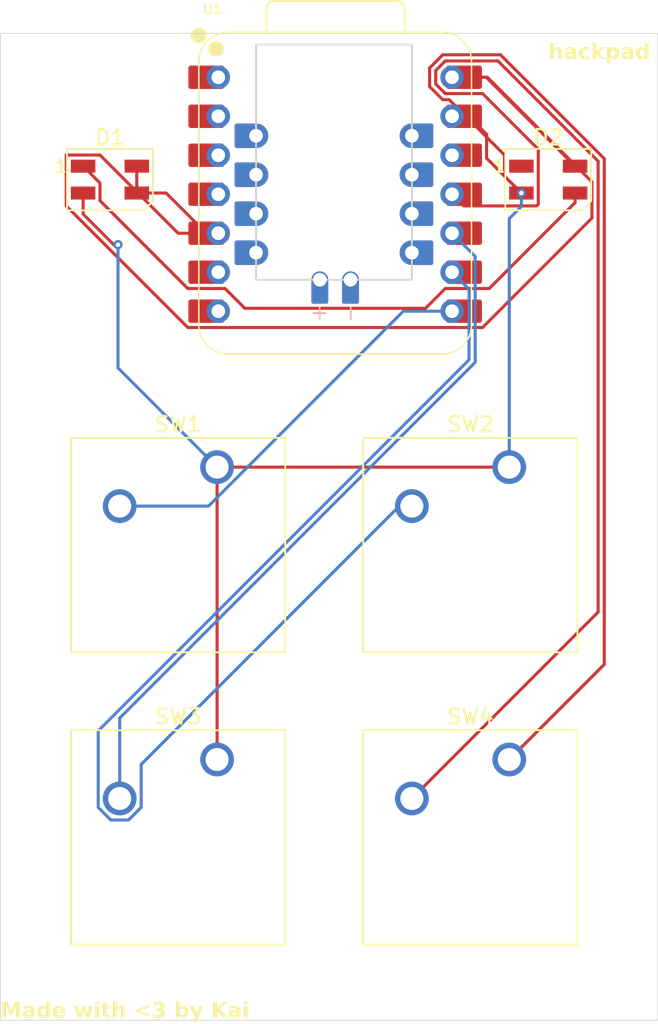
<source format=kicad_pcb>
(kicad_pcb (version 20241229) (generator "pcbnew") (generator_version "9.0")
  (layers (0 "F.Cu" signal) (2 "B.Cu" signal) (13 "F.Paste" user) (15 "B.Paste" user) (5 "F.SilkS" user "F.Silkscreen") (7 "B.SilkS" user "B.Silkscreen") (1 "F.Mask" user) (3 "B.Mask" user) (25 "Edge.Cuts" user))
  (net 0 "")
  (net 1 "+5V")
  (net 2 "Net-(D1-DOUT)")
  (net 3 "GND")
  (net 5 "Net-(U1-GPIO1{slash}RX)")
  (net 6 "Net-(U1-GPIO2{slash}SCK)")
  (net 7 "Net-(U1-GPIO4{slash}MISO)")
  (net 8 "Net-(U1-GPIO3{slash}MOSI)")
  (footprint "LED_SMD:LED_SK6812MINI_PLCC4_3.5x3.5mm_P1.75mm" (layer "F.Cu") (at 197.64375 80.9625)
    (property "Reference" "D2" (at 0 -2.75 0) (layer "F.SilkS"))
    (property "Value" "SK6812MINI")
    (fp_line (start -2.8 -2) (end -2.8 2) (stroke (width 0.12)) (layer "F.SilkS"))
    (fp_line (start -2.8 -2) (end 2.8 -2) (stroke (width 0.12)) (layer "F.SilkS"))
    (fp_line (start -2.8 2) (end 2.2 2) (stroke (width 0.12)) (layer "F.SilkS"))
    (fp_line (start 2.8 1.4) (end 2.2 2) (stroke (width 0.12)) (layer "F.SilkS"))
    (fp_line (start 2.8 1.4) (end 2.8 -2) (stroke (width 0.12)) (layer "F.SilkS"))
    (fp_text user "1" (at -3.2 -0.875 0) (layer "F.SilkS") (effects (font (size 0.8 0.8))))
    (pad "1" smd rect (at -1.75 -0.875) (size 1.6 0.85) (layers "F.Cu" "F.Mask" "F.Paste"))
    (pad "2" smd rect (at -1.75 0.875) (size 1.6 0.85) (layers "F.Cu" "F.Mask" "F.Paste") (net 3 "GND"))
    (pad "3" smd rect (at 1.75 0.875) (size 1.6 0.85) (layers "F.Cu" "F.Mask" "F.Paste") (net 2 "Net-(D1-DOUT)"))
    (pad "4" smd rect (at 1.75 -0.875) (size 1.6 0.85) (layers "F.Cu" "F.Mask" "F.Paste") (net 1 "+5V"))
  )
  (footprint "LED_SMD:LED_SK6812MINI_PLCC4_3.5x3.5mm_P1.75mm" (layer "F.Cu") (at 169.06875 80.9625)
    (property "Reference" "D1" (at 0 -2.75 0) (layer "F.SilkS"))
    (property "Value" "SK6812MINI")
    (fp_line (start -2.8 -2) (end -2.8 2) (stroke (width 0.12)) (layer "F.SilkS"))
    (fp_line (start -2.8 -2) (end 2.8 -2) (stroke (width 0.12)) (layer "F.SilkS"))
    (fp_line (start -2.8 2) (end 2.2 2) (stroke (width 0.12)) (layer "F.SilkS"))
    (fp_line (start 2.8 1.4) (end 2.2 2) (stroke (width 0.12)) (layer "F.SilkS"))
    (fp_line (start 2.8 1.4) (end 2.8 -2) (stroke (width 0.12)) (layer "F.SilkS"))
    (fp_text user "1" (at -3.2 -0.875 0) (layer "F.SilkS") (effects (font (size 0.8 0.8))))
    (pad "1" smd rect (at -1.75 -0.875) (size 1.6 0.85) (layers "F.Cu" "F.Mask" "F.Paste") (net 2 "Net-(D1-DOUT)"))
    (pad "2" smd rect (at -1.75 0.875) (size 1.6 0.85) (layers "F.Cu" "F.Mask" "F.Paste") (net 3 "GND"))
    (pad "3" smd rect (at 1.75 0.875) (size 1.6 0.85) (layers "F.Cu" "F.Mask" "F.Paste") (net 1 "+5V"))
    (pad "4" smd rect (at 1.75 -0.875) (size 1.6 0.85) (layers "F.Cu" "F.Mask" "F.Paste") (net 1 "+5V"))
  )
  (footprint "Button_Switch_Keyboard:SW_Cherry_MX_1.00u_PCB" (layer "F.Cu") (at 176.05375 99.695)
    (property "Reference" "SW1" (at -2.54 -2.794 0) (layer "F.SilkS"))
    (property "Value" "SW_Push")
    (fp_line (start -9.525 -1.905) (end 4.445 -1.905) (stroke (width 0.12)) (layer "F.SilkS"))
    (fp_line (start -9.525 12.065) (end -9.525 -1.905) (stroke (width 0.12)) (layer "F.SilkS"))
    (fp_line (start 4.445 -1.905) (end 4.445 12.065) (stroke (width 0.12)) (layer "F.SilkS"))
    (fp_line (start 4.445 12.065) (end -9.525 12.065) (stroke (width 0.12)) (layer "F.SilkS"))
    (pad "" np_thru_hole circle (at -7.62 5.08) (size 1.7 1.7) (drill 1.7) (layers "*.Cu" "*.Mask"))
    (pad "" np_thru_hole circle (at -2.54 5.08) (size 4 4) (drill 4) (layers "*.Cu" "*.Mask"))
    (pad "" np_thru_hole circle (at 2.54 5.08) (size 1.7 1.7) (drill 1.7) (layers "*.Cu" "*.Mask"))
    (pad "1" thru_hole circle (at 0 0) (size 2.2 2.2) (drill 1.5) (layers "*.Cu" "*.Mask") (net 3 "GND"))
    (pad "2" thru_hole circle (at -6.35 2.54) (size 2.2 2.2) (drill 1.5) (layers "*.Cu" "*.Mask") (net 5 "Net-(U1-GPIO1{slash}RX)"))
  )
  (footprint "Button_Switch_Keyboard:SW_Cherry_MX_1.00u_PCB" (layer "F.Cu") (at 176.05375 118.745)
    (property "Reference" "SW3" (at -2.54 -2.794 0) (layer "F.SilkS"))
    (property "Value" "SW_Push")
    (fp_line (start -9.525 -1.905) (end 4.445 -1.905) (stroke (width 0.12)) (layer "F.SilkS"))
    (fp_line (start -9.525 12.065) (end -9.525 -1.905) (stroke (width 0.12)) (layer "F.SilkS"))
    (fp_line (start 4.445 -1.905) (end 4.445 12.065) (stroke (width 0.12)) (layer "F.SilkS"))
    (fp_line (start 4.445 12.065) (end -9.525 12.065) (stroke (width 0.12)) (layer "F.SilkS"))
    (pad "" np_thru_hole circle (at -7.62 5.08) (size 1.7 1.7) (drill 1.7) (layers "*.Cu" "*.Mask"))
    (pad "" np_thru_hole circle (at -2.54 5.08) (size 4 4) (drill 4) (layers "*.Cu" "*.Mask"))
    (pad "" np_thru_hole circle (at 2.54 5.08) (size 1.7 1.7) (drill 1.7) (layers "*.Cu" "*.Mask"))
    (pad "1" thru_hole circle (at 0 0) (size 2.2 2.2) (drill 1.5) (layers "*.Cu" "*.Mask") (net 3 "GND"))
    (pad "2" thru_hole circle (at -6.35 2.54) (size 2.2 2.2) (drill 1.5) (layers "*.Cu" "*.Mask") (net 7 "Net-(U1-GPIO4{slash}MISO)"))
  )
  (footprint "XIAOMICRO:XIAO-RP2350-DIP" (layer "F.Cu") (at 183.75375 81.8515)
    (property "Reference" "U1" (at -8 -12 0) (layer "F.SilkS") (effects (font (size 0.635 0.635) (thickness 0.1016))))
    (property "Value" "XIAO-RP2040-DIP")
    (fp_line (start -8.890994 8.5725) (end -8.890994 -8.5725) (stroke (width 0.1)) (layer "F.SilkS"))
    (fp_line (start -6.985994 10.4775) (end 6.984006 10.4775) (stroke (width 0.1)) (layer "F.SilkS"))
    (fp_line (start -4.475994 -10.4865) (end -4.475278 -12.027784) (stroke (width 0.127)) (layer "F.SilkS"))
    (fp_line (start -3.975278 -12.527512) (end 4.019994 -12.527512) (stroke (width 0.127)) (layer "F.SilkS"))
    (fp_line (start 4.519994 -12.027512) (end 4.521006 -10.4835) (stroke (width 0.127)) (layer "F.SilkS"))
    (fp_line (start 6.984006 -10.4775) (end -6.985994 -10.4775) (stroke (width 0.1)) (layer "F.SilkS"))
    (fp_line (start 7.007006 -10.4745) (end -6.962994 -10.4745) (stroke (width 0.1)) (layer "F.SilkS"))
    (fp_line (start 8.889006 8.5725) (end 8.889006 -8.5725) (stroke (width 0.1)) (layer "F.SilkS"))
    (fp_arc (start -8.890994 -8.5725) (mid -8.333032 -9.919538) (end -6.985994 -10.4775) (stroke (width 0.1)) (layer "F.SilkS"))
    (fp_arc (start -6.985994 10.4775) (mid -8.333032 9.919538) (end -8.890994 8.5725) (stroke (width 0.1)) (layer "F.SilkS"))
    (fp_arc (start -4.475278 -12.027784) (mid -4.328701 -12.381119) (end -3.975278 -12.527512) (stroke (width 0.127)) (layer "F.SilkS"))
    (fp_arc (start 4.019994 -12.527512) (mid 4.373559 -12.38107) (end 4.519994 -12.027512) (stroke (width 0.127)) (layer "F.SilkS"))
    (fp_arc (start 6.984006 -10.4775) (mid 8.331044 -9.919538) (end 8.889006 -8.5725) (stroke (width 0.1)) (layer "F.SilkS"))
    (fp_arc (start 8.889006 8.5725) (mid 8.331044 9.919538) (end 6.984006 10.4775) (stroke (width 0.1)) (layer "F.SilkS"))
    (fp_circle (center -8.900994 -10.2905) (end -8.900994 -10.5445) (stroke (width 0.5)) (fill yes) (layer "F.SilkS"))
    (fp_circle (center -7.757994 -9.4105) (end -7.757994 -9.6645) (stroke (width 0.5)) (fill yes) (layer "F.SilkS"))
    (fp_line (start -1.016994 7.4295) (end -1.016994 8.1915) (stroke (width 0.12)) (layer "B.SilkS"))
    (fp_line (start -0.635994 7.8105) (end -1.397994 7.8105) (stroke (width 0.12)) (layer "B.SilkS"))
    (fp_line (start 1.015006 7.4295) (end 1.015006 8.1915) (stroke (width 0.12)) (layer "B.SilkS"))
    (fp_line (start -5.16 -9.6865) (end -5.16 5.638311) (stroke (width 0.12)) (layer "Edge.Cuts"))
    (fp_line (start -5.16 5.638311) (end 4.999006 5.638311) (stroke (width 0.12)) (layer "Edge.Cuts"))
    (fp_line (start 4.999006 -9.6865) (end -5.16 -9.6865) (stroke (width 0.12)) (layer "Edge.Cuts"))
    (fp_line (start 5 5.638311) (end 5 -9.6865) (stroke (width 0.12)) (layer "Edge.Cuts"))
    (pad "1" smd roundrect (at -8.405994 -7.5565 180) (size 2.332 1.524) (layers "F.Cu" "F.Mask") (roundrect_rratio 0.1))
    (pad "1" thru_hole circle (at -7.620994 -7.5565 180) (size 1.524 1.524) (drill 0.889) (layers "*.Cu" "*.Mask"))
    (pad "2" smd roundrect (at -8.405994 -5.0165 180) (size 2.332 1.524) (layers "F.Cu" "F.Mask") (roundrect_rratio 0.1))
    (pad "2" thru_hole circle (at -7.620994 -5.0165 180) (size 1.524 1.524) (drill 0.889) (layers "*.Cu" "*.Mask"))
    (pad "3" smd roundrect (at -8.405994 -2.4765 180) (size 2.332 1.524) (layers "F.Cu" "F.Mask") (roundrect_rratio 0.1))
    (pad "3" thru_hole circle (at -7.620994 -2.4765 180) (size 1.524 1.524) (drill 0.889) (layers "*.Cu" "*.Mask"))
    (pad "4" smd roundrect (at -8.405994 0.0635 180) (size 2.332 1.524) (layers "F.Cu" "F.Mask") (roundrect_rratio 0.1))
    (pad "4" thru_hole circle (at -7.620994 0.0635 180) (size 1.524 1.524) (drill 0.889) (layers "*.Cu" "*.Mask"))
    (pad "5" smd roundrect (at -8.405994 2.6035 180) (size 2.332 1.524) (layers "F.Cu" "F.Mask") (roundrect_rratio 0.1) (net 1 "+5V"))
    (pad "5" thru_hole circle (at -7.620994 2.6035 180) (size 1.524 1.524) (drill 0.889) (layers "*.Cu" "*.Mask") (net 1 "+5V"))
    (pad "6" smd roundrect (at -8.405994 5.1435 180) (size 2.332 1.524) (layers "F.Cu" "F.Mask") (roundrect_rratio 0.1))
    (pad "6" thru_hole circle (at -7.620994 5.1435 180) (size 1.524 1.524) (drill 0.889) (layers "*.Cu" "*.Mask"))
    (pad "7" smd roundrect (at -8.405994 7.6835 180) (size 2.332 1.524) (layers "F.Cu" "F.Mask") (roundrect_rratio 0.1))
    (pad "7" thru_hole circle (at -7.620994 7.6835 180) (size 1.524 1.524) (drill 0.889) (layers "*.Cu" "*.Mask"))
    (pad "8" thru_hole circle (at 7.619006 7.6835) (size 1.524 1.524) (drill 0.889) (layers "*.Cu" "*.Mask") (net 5 "Net-(U1-GPIO1{slash}RX)"))
    (pad "8" smd roundrect (at 8.404006 7.6835) (size 2.332 1.524) (layers "F.Cu" "F.Mask") (roundrect_rratio 0.1) (net 5 "Net-(U1-GPIO1{slash}RX)"))
    (pad "9" thru_hole circle (at 7.619006 5.1435) (size 1.524 1.524) (drill 0.889) (layers "*.Cu" "*.Mask") (net 6 "Net-(U1-GPIO2{slash}SCK)"))
    (pad "9" smd roundrect (at 8.404006 5.1435) (size 2.332 1.524) (layers "F.Cu" "F.Mask") (roundrect_rratio 0.1) (net 6 "Net-(U1-GPIO2{slash}SCK)"))
    (pad "10" thru_hole circle (at 7.619006 2.6035) (size 1.524 1.524) (drill 0.889) (layers "*.Cu" "*.Mask") (net 7 "Net-(U1-GPIO4{slash}MISO)"))
    (pad "10" smd roundrect (at 8.404006 2.6035) (size 2.332 1.524) (layers "F.Cu" "F.Mask") (roundrect_rratio 0.1) (net 7 "Net-(U1-GPIO4{slash}MISO)"))
    (pad "11" thru_hole circle (at 7.619006 0.0635) (size 1.524 1.524) (drill 0.889) (layers "*.Cu" "*.Mask") (net 8 "Net-(U1-GPIO3{slash}MOSI)"))
    (pad "11" smd roundrect (at 8.404006 0.0635) (size 2.332 1.524) (layers "F.Cu" "F.Mask") (roundrect_rratio 0.1) (net 8 "Net-(U1-GPIO3{slash}MOSI)"))
    (pad "12" thru_hole circle (at 7.619006 -2.4765) (size 1.524 1.524) (drill 0.889) (layers "*.Cu" "*.Mask"))
    (pad "12" smd roundrect (at 8.404006 -2.4765) (size 2.332 1.524) (layers "F.Cu" "F.Mask") (roundrect_rratio 0.1))
    (pad "13" thru_hole circle (at 7.619006 -5.0165) (size 1.524 1.524) (drill 0.889) (layers "*.Cu" "*.Mask") (net 3 "GND"))
    (pad "13" smd roundrect (at 8.404006 -5.0165) (size 2.332 1.524) (layers "F.Cu" "F.Mask") (roundrect_rratio 0.1) (net 3 "GND"))
    (pad "14" thru_hole circle (at 7.619006 -7.5565) (size 1.524 1.524) (drill 0.889) (layers "*.Cu" "*.Mask") (net 1 "+5V"))
    (pad "14" smd roundrect (at 8.404006 -7.5565) (size 2.332 1.524) (layers "F.Cu" "F.Mask") (roundrect_rratio 0.1) (net 1 "+5V"))
    (pad "15" thru_hole circle (at 5 -3.7465 180) (size 1.6 1.6) (drill 0.889) (layers "*.Cu" "*.Mask"))
    (pad "15" smd roundrect (at 5.699006 -3.7465) (size 1.4 1.6) (layers "F.Cu" "F.Mask") (roundrect_rratio 0.1))
    (pad "15" smd roundrect (at 5.699006 -3.7465 180) (size 1.4 1.6) (layers "B.Cu" "B.Mask" "B.Paste") (roundrect_rratio 0.1))
    (pad "16" thru_hole circle (at 5 -1.2065 180) (size 1.6 1.6) (drill 0.889) (layers "*.Cu" "*.Mask"))
    (pad "16" smd roundrect (at 5.699006 -1.2065) (size 1.4 1.6) (layers "F.Cu" "F.Mask") (roundrect_rratio 0.1))
    (pad "16" smd roundrect (at 5.699006 -1.2065 180) (size 1.4 1.6) (layers "B.Cu" "B.Mask" "B.Paste") (roundrect_rratio 0.1))
    (pad "17" thru_hole circle (at 5 1.3335 180) (size 1.6 1.6) (drill 0.889) (layers "*.Cu" "*.Mask"))
    (pad "17" smd roundrect (at 5.699006 1.3335) (size 1.4 1.6) (layers "F.Cu" "F.Mask") (roundrect_rratio 0.1))
    (pad "17" smd roundrect (at 5.699006 1.3335 180) (size 1.4 1.6) (layers "B.Cu" "B.Mask" "B.Paste") (roundrect_rratio 0.1))
    (pad "18" thru_hole circle (at 5 3.8735 180) (size 1.6 1.6) (drill 0.889) (layers "*.Cu" "*.Mask"))
    (pad "18" smd roundrect (at 5.699006 3.8735) (size 1.4 1.6) (layers "F.Cu" "F.Mask") (roundrect_rratio 0.1))
    (pad "18" smd roundrect (at 5.699006 3.8735 180) (size 1.4 1.6) (layers "B.Cu" "B.Mask" "B.Paste") (roundrect_rratio 0.1))
    (pad "19" smd roundrect (at -5.86 3.8735) (size 1.4 1.6) (layers "F.Cu" "F.Mask") (roundrect_rratio 0.1))
    (pad "19" smd roundrect (at -5.86 3.8735 180) (size 1.4 1.6) (layers "B.Cu" "B.Mask" "B.Paste") (roundrect_rratio 0.1))
    (pad "19" thru_hole circle (at -5.16 3.8735 180) (size 1.6 1.6) (drill 0.889) (layers "*.Cu" "*.Mask"))
    (pad "20" smd roundrect (at -5.86 1.3335) (size 1.4 1.6) (layers "F.Cu" "F.Mask") (roundrect_rratio 0.1))
    (pad "20" smd roundrect (at -5.86 1.3335 180) (size 1.4 1.6) (layers "B.Cu" "B.Mask" "B.Paste") (roundrect_rratio 0.1))
    (pad "20" thru_hole circle (at -5.16 1.3335 180) (size 1.6 1.6) (drill 0.889) (layers "*.Cu" "*.Mask"))
    (pad "21" smd roundrect (at -5.86 -1.2065) (size 1.4 1.6) (layers "F.Cu" "F.Mask") (roundrect_rratio 0.1))
    (pad "21" smd roundrect (at -5.86 -1.2065 180) (size 1.4 1.6) (layers "B.Cu" "B.Mask" "B.Paste") (roundrect_rratio 0.1))
    (pad "21" thru_hole circle (at -5.16 -1.2065 180) (size 1.6 1.6) (drill 0.889) (layers "*.Cu" "*.Mask"))
    (pad "22" smd roundrect (at -5.86 -3.7465) (size 1.4 1.6) (layers "F.Cu" "F.Mask") (roundrect_rratio 0.1))
    (pad "22" smd roundrect (at -5.86 -3.7465 180) (size 1.4 1.6) (layers "B.Cu" "B.Mask" "B.Paste") (roundrect_rratio 0.1))
    (pad "22" thru_hole circle (at -5.16 -3.7465 180) (size 1.6 1.6) (drill 0.889) (layers "*.Cu" "*.Mask"))
    (pad "23" thru_hole circle (at -1.000994 5.638311 180) (size 1.1 1.1) (drill 0.889) (layers "*.Cu" "*.Mask"))
    (pad "23" smd roundrect (at -1.000994 6.3935 270) (size 1.6 1.1) (layers "F.Cu" "F.Mask") (roundrect_rratio 0.1))
    (pad "23" smd roundrect (at -1.000994 6.3935 270) (size 1.6 1.1) (layers "B.Cu" "B.Mask" "B.Paste") (roundrect_rratio 0.1))
    (pad "24" thru_hole circle (at 0.999006 5.638311 180) (size 1.1 1.1) (drill 0.889) (layers "*.Cu" "*.Mask"))
    (pad "24" smd roundrect (at 0.999006 6.3935 270) (size 1.6 1.1) (layers "F.Cu" "F.Mask") (roundrect_rratio 0.1))
    (pad "24" smd roundrect (at 0.999006 6.3935 270) (size 1.6 1.1) (layers "B.Cu" "B.Mask" "B.Paste") (roundrect_rratio 0.1))
  )
  (footprint "Button_Switch_Keyboard:SW_Cherry_MX_1.00u_PCB" (layer "F.Cu") (at 195.10375 99.695)
    (property "Reference" "SW2" (at -2.54 -2.794 0) (layer "F.SilkS"))
    (property "Value" "SW_Push")
    (fp_line (start -9.525 -1.905) (end 4.445 -1.905) (stroke (width 0.12)) (layer "F.SilkS"))
    (fp_line (start -9.525 12.065) (end -9.525 -1.905) (stroke (width 0.12)) (layer "F.SilkS"))
    (fp_line (start 4.445 -1.905) (end 4.445 12.065) (stroke (width 0.12)) (layer "F.SilkS"))
    (fp_line (start 4.445 12.065) (end -9.525 12.065) (stroke (width 0.12)) (layer "F.SilkS"))
    (pad "" np_thru_hole circle (at -7.62 5.08) (size 1.7 1.7) (drill 1.7) (layers "*.Cu" "*.Mask"))
    (pad "" np_thru_hole circle (at -2.54 5.08) (size 4 4) (drill 4) (layers "*.Cu" "*.Mask"))
    (pad "" np_thru_hole circle (at 2.54 5.08) (size 1.7 1.7) (drill 1.7) (layers "*.Cu" "*.Mask"))
    (pad "1" thru_hole circle (at 0 0) (size 2.2 2.2) (drill 1.5) (layers "*.Cu" "*.Mask") (net 3 "GND"))
    (pad "2" thru_hole circle (at -6.35 2.54) (size 2.2 2.2) (drill 1.5) (layers "*.Cu" "*.Mask") (net 6 "Net-(U1-GPIO2{slash}SCK)"))
  )
  (footprint "Button_Switch_Keyboard:SW_Cherry_MX_1.00u_PCB" (layer "F.Cu") (at 195.10375 118.745)
    (property "Reference" "SW4" (at -2.54 -2.794 0) (layer "F.SilkS"))
    (property "Value" "SW_Push")
    (fp_line (start -9.525 -1.905) (end 4.445 -1.905) (stroke (width 0.12)) (layer "F.SilkS"))
    (fp_line (start -9.525 12.065) (end -9.525 -1.905) (stroke (width 0.12)) (layer "F.SilkS"))
    (fp_line (start 4.445 -1.905) (end 4.445 12.065) (stroke (width 0.12)) (layer "F.SilkS"))
    (fp_line (start 4.445 12.065) (end -9.525 12.065) (stroke (width 0.12)) (layer "F.SilkS"))
    (pad "" np_thru_hole circle (at -7.62 5.08) (size 1.7 1.7) (drill 1.7) (layers "*.Cu" "*.Mask"))
    (pad "" np_thru_hole circle (at -2.54 5.08) (size 4 4) (drill 4) (layers "*.Cu" "*.Mask"))
    (pad "" np_thru_hole circle (at 2.54 5.08) (size 1.7 1.7) (drill 1.7) (layers "*.Cu" "*.Mask"))
    (pad "1" thru_hole circle (at 0 0) (size 2.2 2.2) (drill 1.5) (layers "*.Cu" "*.Mask") (net 3 "GND"))
    (pad "2" thru_hole circle (at -6.35 2.54) (size 2.2 2.2) (drill 1.5) (layers "*.Cu" "*.Mask") (net 8 "Net-(U1-GPIO3{slash}MOSI)"))
  )
  (gr_rect (start 161.925 71.4375) (end 204.7875 135.73125) (stroke (width 0.05)) (fill no) (layer "Edge.Cuts"))
  (gr_text "hackpad" (at 197.64375 73.279 0) (layer "F.SilkS") (effects (font (size 1 1) (thickness 0.1)) (justify left bottom)))
  (gr_text "Made with <3 by Kai\n" (at 161.925 135.73125 0) (layer "F.SilkS") (effects (font (size 1 1) (thickness 0.1)) (justify left bottom)))
  (segment (start 193.60125 74.295) (end 199.39375 80.0875) (width 0.2) (layer "F.Cu") (net 1))
  (segment (start 173.51325 84.455) (end 168.41975 79.3615) (width 0.2) (layer "F.Cu") (net 1))
  (segment (start 172.730256 81.8375) (end 175.347756 84.455) (width 0.2) (layer "F.Cu") (net 1))
  (segment (start 193.67825 74.295) (end 191.372756 74.295) (width 0.2) (layer "F.Cu") (net 1))
  (segment (start 174.14213 90.598) (end 193.363382 90.598) (width 0.2) (layer "F.Cu") (net 1))
  (segment (start 200.49475 81.1115) (end 193.67825 74.295) (width 0.2) (layer "F.Cu") (net 1))
  (segment (start 166.21775 79.3615) (end 166.21775 82.67362) (width 0.2) (layer "F.Cu") (net 1))
  (segment (start 166.21775 82.67362) (end 174.14213 90.598) (width 0.2) (layer "F.Cu") (net 1))
  (segment (start 193.363382 90.598) (end 200.49475 83.466632) (width 0.2) (layer "F.Cu") (net 1))
  (segment (start 168.41975 79.3615) (end 166.21775 79.3615) (width 0.2) (layer "F.Cu") (net 1))
  (segment (start 200.49475 83.466632) (end 200.49475 81.1115) (width 0.2) (layer "F.Cu") (net 1))
  (segment (start 170.81875 81.8375) (end 172.730256 81.8375) (width 0.2) (layer "F.Cu") (net 1))
  (segment (start 191.372756 74.295) (end 192.157756 74.295) (width 0.2) (layer "F.Cu") (net 1))
  (segment (start 176.132756 84.455) (end 173.51325 84.455) (width 0.2) (layer "F.Cu") (net 1))
  (segment (start 191.372756 74.295) (end 193.60125 74.295) (width 0.2) (layer "F.Cu") (net 1))
  (segment (start 170.81875 81.8375) (end 170.81875 80.0875) (width 0.2) (layer "F.Cu") (net 1))
  (segment (start 189.644446 89.346) (end 177.861066 89.346) (width 0.2) (layer "F.Cu") (net 2))
  (segment (start 176.573066 88.058) (end 174.14213 88.058) (width 0.2) (layer "F.Cu") (net 2))
  (segment (start 199.39375 81.8375) (end 199.39375 82.4625) (width 0.2) (layer "F.Cu") (net 2))
  (segment (start 168.41975 81.1885) (end 167.31875 80.0875) (width 0.2) (layer "F.Cu") (net 2))
  (segment (start 177.861066 89.346) (end 176.573066 88.058) (width 0.2) (layer "F.Cu") (net 2))
  (segment (start 199.39375 82.4625) (end 193.79825 88.058) (width 0.2) (layer "F.Cu") (net 2))
  (segment (start 190.932446 88.058) (end 189.644446 89.346) (width 0.2) (layer "F.Cu") (net 2))
  (segment (start 174.14213 88.058) (end 168.41975 82.33562) (width 0.2) (layer "F.Cu") (net 2))
  (segment (start 193.79825 88.058) (end 190.932446 88.058) (width 0.2) (layer "F.Cu") (net 2))
  (segment (start 168.41975 82.33562) (end 168.41975 81.1885) (width 0.2) (layer "F.Cu") (net 2))
  (segment (start 191.19025 75.759) (end 194.79275 79.3615) (width 0.2) (layer "F.Cu") (net 3))
  (segment (start 176.05375 99.695) (end 195.10375 99.695) (width 0.2) (layer "F.Cu") (net 3))
  (segment (start 192.450386 76.835) (end 193.624756 78.00937) (width 0.2) (layer "F.Cu") (net 3))
  (segment (start 194.79275 79.3615) (end 194.79275 80.7365) (width 0.2) (layer "F.Cu") (net 3))
  (segment (start 167.31875 81.8375) (end 167.31875 83.20752) (width 0.2) (layer "F.Cu") (net 3))
  (segment (start 189.908756 74.90141) (end 190.766346 75.759) (width 0.2) (layer "F.Cu") (net 3))
  (segment (start 193.624756 79.568506) (end 195.89375 81.8375) (width 0.2) (layer "F.Cu") (net 3))
  (segment (start 176.05375 118.745) (end 176.05375 99.695) (width 0.2) (layer "F.Cu") (net 3))
  (segment (start 191.372756 76.835) (end 192.450386 76.835) (width 0.2) (layer "F.Cu") (net 3))
  (segment (start 190.766346 72.831) (end 189.908756 73.68859) (width 0.2) (layer "F.Cu") (net 3))
  (segment (start 195.10375 118.745) (end 201.29675 112.552) (width 0.2) (layer "F.Cu") (net 3))
  (segment (start 194.79275 80.7365) (end 195.89375 81.8375) (width 0.2) (layer "F.Cu") (net 3))
  (segment (start 201.29675 112.552) (end 201.29675 79.5964) (width 0.2) (layer "F.Cu") (net 3))
  (segment (start 190.766346 75.759) (end 191.19025 75.759) (width 0.2) (layer "F.Cu") (net 3))
  (segment (start 189.908756 73.68859) (end 189.908756 74.90141) (width 0.2) (layer "F.Cu") (net 3))
  (segment (start 193.624756 78.00937) (end 193.624756 79.568506) (width 0.2) (layer "F.Cu") (net 3))
  (segment (start 169.45249 85.34126) (end 169.593205 85.200545) (width 0.2) (layer "F.Cu") (net 3))
  (segment (start 194.53135 72.831) (end 190.766346 72.831) (width 0.2) (layer "F.Cu") (net 3))
  (segment (start 167.31875 83.20752) (end 169.45249 85.34126) (width 0.2) (layer "F.Cu") (net 3))
  (segment (start 201.29675 79.5964) (end 194.53135 72.831) (width 0.2) (layer "F.Cu") (net 3))
  (via (at 169.593205 85.200545) (size 0.6) (drill 0.3) (layers "F.Cu" "B.Cu") (net 3))
  (via (at 195.89375 81.8375) (size 0.6) (drill 0.3) (layers "F.Cu" "B.Cu") (net 3))
  (segment (start 169.593205 93.234455) (end 176.05375 99.695) (width 0.2) (layer "B.Cu") (net 3))
  (segment (start 195.10375 83.5025) (end 195.89375 82.7125) (width 0.2) (layer "B.Cu") (net 3))
  (segment (start 169.593205 85.200545) (end 169.593205 93.234455) (width 0.2) (layer "B.Cu") (net 3))
  (segment (start 195.89375 82.7125) (end 195.89375 81.8375) (width 0.2) (layer "B.Cu") (net 3))
  (segment (start 195.10375 99.695) (end 195.10375 83.5025) (width 0.2) (layer "B.Cu") (net 3))
  (segment (start 188.195064 89.535) (end 191.372756 89.535) (width 0.2) (layer "B.Cu") (net 5))
  (segment (start 169.70375 102.235) (end 175.495064 102.235) (width 0.2) (layer "B.Cu") (net 5))
  (segment (start 175.495064 102.235) (end 188.195064 89.535) (width 0.2) (layer "B.Cu") (net 5))
  (segment (start 171.10475 119.063314) (end 171.10475 121.865314) (width 0.2) (layer "B.Cu") (net 6))
  (segment (start 168.30275 121.865314) (end 168.30275 116.88015) (width 0.2) (layer "B.Cu") (net 6))
  (segment (start 192.48025 88.102494) (end 191.372756 86.995) (width 0.2) (layer "B.Cu") (net 6))
  (segment (start 192.48025 92.70265) (end 192.48025 88.102494) (width 0.2) (layer "B.Cu") (net 6))
  (segment (start 188.75375 102.235) (end 187.933064 102.235) (width 0.2) (layer "B.Cu") (net 6))
  (segment (start 170.284064 122.686) (end 169.123436 122.686) (width 0.2) (layer "B.Cu") (net 6))
  (segment (start 168.30275 116.88015) (end 192.48025 92.70265) (width 0.2) (layer "B.Cu") (net 6))
  (segment (start 169.123436 122.686) (end 168.30275 121.865314) (width 0.2) (layer "B.Cu") (net 6))
  (segment (start 171.10475 121.865314) (end 170.284064 122.686) (width 0.2) (layer "B.Cu") (net 6))
  (segment (start 187.933064 102.235) (end 171.10475 119.063314) (width 0.2) (layer "B.Cu") (net 6))
  (segment (start 192.88125 92.86875) (end 192.88125 85.963494) (width 0.2) (layer "B.Cu") (net 7))
  (segment (start 192.88125 85.963494) (end 191.372756 84.455) (width 0.2) (layer "B.Cu") (net 7))
  (segment (start 169.70375 121.285) (end 169.70375 116.04625) (width 0.2) (layer "B.Cu") (net 7))
  (segment (start 169.70375 116.04625) (end 192.88125 92.86875) (width 0.2) (layer "B.Cu") (net 7))
  (segment (start 190.932446 75.358) (end 193.363382 75.358) (width 0.2) (layer "F.Cu") (net 8))
  (segment (start 188.75375 121.285) (end 200.89575 109.143) (width 0.2) (layer "F.Cu") (net 8))
  (segment (start 200.89575 79.7625) (end 194.36525 73.232) (width 0.2) (layer "F.Cu") (net 8))
  (segment (start 196.99475 78.989368) (end 196.99475 82.5635) (width 0.2) (layer "F.Cu") (net 8))
  (segment (start 193.363382 75.358) (end 196.99475 78.989368) (width 0.2) (layer "F.Cu") (net 8))
  (segment (start 196.99475 82.5635) (end 196.88125 82.677) (width 0.2) (layer "F.Cu") (net 8))
  (segment (start 194.36525 73.232) (end 190.932446 73.232) (width 0.2) (layer "F.Cu") (net 8))
  (segment (start 200.89575 109.143) (end 200.89575 79.7625) (width 0.2) (layer "F.Cu") (net 8))
  (segment (start 190.309756 73.85469) (end 190.309756 74.73531) (width 0.2) (layer "F.Cu") (net 8))
  (segment (start 192.134755 82.676999) (end 191.372756 81.915) (width 0.2) (layer "F.Cu") (net 8))
  (segment (start 190.932446 73.232) (end 190.309756 73.85469) (width 0.2) (layer "F.Cu") (net 8))
  (segment (start 196.88125 82.677) (end 192.134755 82.676999) (width 0.2) (layer "F.Cu") (net 8))
  (segment (start 190.309756 74.73531) (end 190.932446 75.358) (width 0.2) (layer "F.Cu") (net 8))
)
</source>
